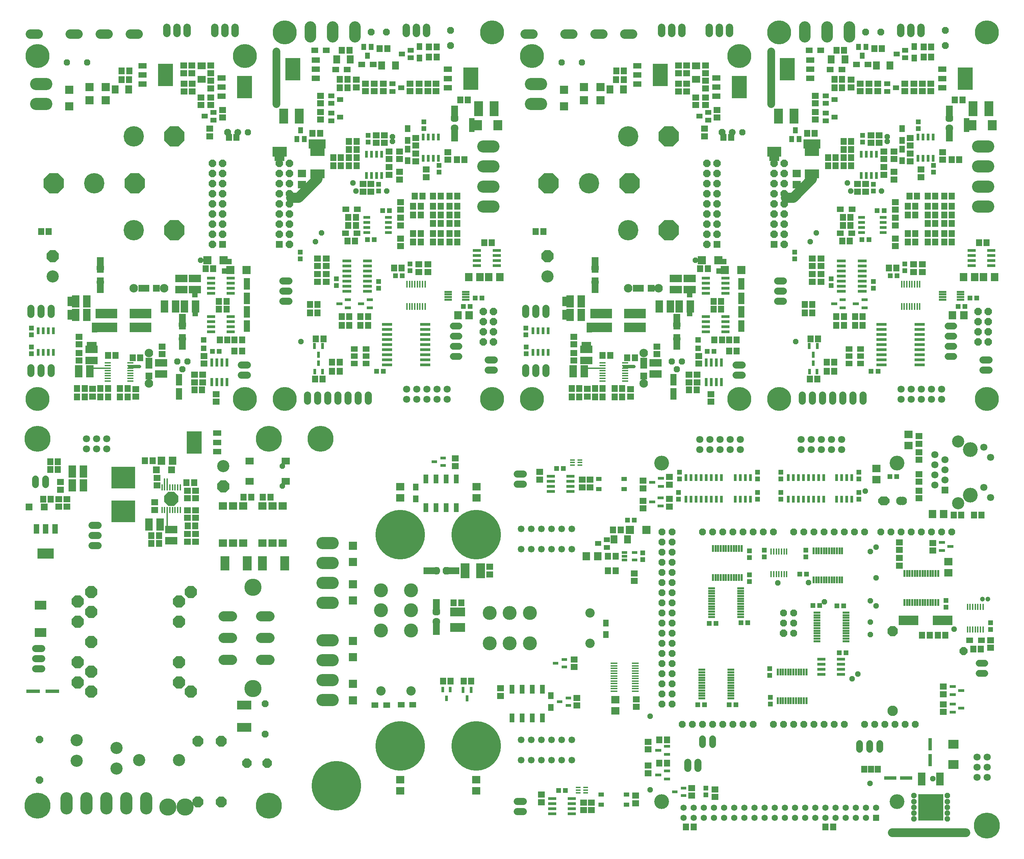
<source format=gts>
G75*
G70*
%OFA0B0*%
%FSLAX24Y24*%
%IPPOS*%
%LPD*%
%AMOC8*
5,1,8,0,0,1.08239X$1,22.5*
%
%ADD10C,0.0120*%
%ADD11C,0.0320*%
%ADD12C,0.1000*%
%ADD13C,0.0760*%
%ADD14C,0.0860*%
%ADD15C,0.0140*%
%ADD16C,0.1200*%
%ADD17R,0.2126X0.0945*%
%ADD18R,0.0756X0.1189*%
%ADD19R,0.0618X0.0618*%
%ADD20R,0.0661X0.1528*%
%ADD21OC8,0.0756*%
%ADD22C,0.0756*%
%ADD23C,0.0921*%
%ADD24R,0.0693X0.0614*%
%ADD25R,0.0630X0.0472*%
%ADD26R,0.1189X0.0756*%
%ADD27R,0.0824X0.0264*%
%ADD28OC8,0.0624*%
%ADD29R,0.0614X0.0693*%
%ADD30R,0.0843X0.0803*%
%ADD31R,0.0819X0.0661*%
%ADD32R,0.0661X0.0819*%
%ADD33R,0.0803X0.0843*%
%ADD34OC8,0.0840*%
%ADD35OC8,0.0780*%
%ADD36C,0.0712*%
%ADD37R,0.0283X0.0657*%
%ADD38C,0.2010*%
%ADD39OC8,0.2010*%
%ADD40R,0.0472X0.0512*%
%ADD41R,0.0264X0.0824*%
%ADD42R,0.0512X0.0472*%
%ADD43R,0.0567X0.0567*%
%ADD44C,0.1200*%
%ADD45OC8,0.1200*%
%ADD46C,0.0840*%
%ADD47R,0.0661X0.0661*%
%ADD48R,0.0709X0.1063*%
%ADD49R,0.1063X0.0709*%
%ADD50R,0.0840X0.0540*%
%ADD51R,0.1450X0.2200*%
%ADD52R,0.0614X0.1126*%
%ADD53C,0.0618*%
%ADD54OC8,0.0618*%
%ADD55R,0.0588X0.0168*%
%ADD56C,0.0720*%
%ADD57R,0.0712X0.0712*%
%ADD58OC8,0.0712*%
%ADD59OC8,0.0672*%
%ADD60C,0.0672*%
%ADD61R,0.0756X0.0835*%
%ADD62R,0.0718X0.0228*%
%ADD63R,0.0165X0.0657*%
%ADD64R,0.1044X0.0264*%
%ADD65C,0.0712*%
%ADD66C,0.0672*%
%ADD67C,0.1134*%
%ADD68R,0.0567X0.0685*%
%ADD69R,0.0685X0.0567*%
%ADD70R,0.0898X0.1488*%
%ADD71R,0.0913X0.0283*%
%ADD72OC8,0.0523*%
%ADD73R,0.0472X0.0630*%
%ADD74R,0.0657X0.0283*%
%ADD75R,0.1402X0.0850*%
%ADD76R,0.0644X0.0264*%
%ADD77R,0.0264X0.0644*%
%ADD78R,0.0264X0.0564*%
%ADD79R,0.0835X0.0756*%
%ADD80R,0.0850X0.1008*%
%ADD81R,0.0472X0.0866*%
%ADD82R,0.0658X0.0168*%
%ADD83R,0.0564X0.0264*%
%ADD84R,0.1008X0.0850*%
%ADD85C,0.4885*%
%ADD86C,0.1460*%
%ADD87R,0.2483X0.2641*%
%ADD88R,0.0756X0.1307*%
%ADD89R,0.1190X0.0360*%
%ADD90R,0.0288X0.0658*%
%ADD91C,0.0476*%
%ADD92R,0.0168X0.0608*%
%ADD93R,0.0204X0.0684*%
%ADD94R,0.1929X0.0945*%
%ADD95R,0.0488X0.0168*%
%ADD96R,0.1488X0.0898*%
%ADD97R,0.0684X0.0204*%
%ADD98R,0.0360X0.1190*%
%ADD99R,0.1528X0.0661*%
%ADD100C,0.1032*%
%ADD101OC8,0.1032*%
%ADD102OC8,0.0665*%
%ADD103OC8,0.0720*%
%ADD104C,0.0665*%
%ADD105R,0.0756X0.0836*%
%ADD106R,0.0544X0.0264*%
%ADD107C,0.1381*%
%ADD108C,0.0921*%
%ADD109R,0.0570X0.0420*%
%ADD110C,0.1204*%
%ADD111R,0.0787X0.0709*%
%ADD112R,0.0168X0.0588*%
%ADD113R,0.0960X0.0960*%
%ADD114OC8,0.1381*%
%ADD115R,0.2365X0.2169*%
%ADD116OC8,0.1062*%
%ADD117C,0.0990*%
%ADD118R,0.0850X0.1402*%
%ADD119OC8,0.0912*%
%ADD120C,0.1702*%
%ADD121R,0.0820X0.0718*%
%ADD122R,0.1126X0.0850*%
%ADD123R,0.0576X0.0976*%
%ADD124R,0.1591X0.1039*%
%ADD125R,0.1340X0.0360*%
%ADD126R,0.0523X0.0523*%
%ADD127C,0.2365*%
%ADD128OC8,0.0523*%
%ADD129C,0.2562*%
%ADD130C,0.1700*%
D10*
X018207Y034394D02*
X018207Y035769D01*
X012307Y050026D02*
X010757Y050026D01*
X059576Y050026D02*
X061126Y050026D01*
D11*
X063326Y050176D02*
X064276Y050176D01*
X015457Y050176D02*
X014507Y050176D01*
D12*
X030442Y066851D02*
X031167Y066851D01*
X033017Y068701D01*
X033017Y069051D01*
X079261Y066851D02*
X079986Y066851D01*
X081836Y068701D01*
X081836Y069051D01*
D13*
X077786Y076126D02*
X077786Y081301D01*
X028967Y081301D02*
X028967Y076126D01*
D14*
X089749Y004150D02*
X097024Y004150D01*
D15*
X018182Y038144D02*
X018182Y039094D01*
X017932Y039094D02*
X017932Y038169D01*
D16*
X008257Y007544D02*
X008257Y006544D01*
X010225Y006544D02*
X010225Y007544D01*
X012194Y007544D02*
X012194Y006544D01*
X014162Y006544D02*
X014162Y007544D01*
X016131Y007544D02*
X016131Y006544D01*
X033524Y017245D02*
X034524Y017245D01*
X034524Y019213D02*
X033524Y019213D01*
X033524Y021182D02*
X034524Y021182D01*
X034524Y023150D02*
X033524Y023150D01*
X033524Y026845D02*
X034524Y026845D01*
X034524Y028813D02*
X033524Y028813D01*
X033524Y030782D02*
X034524Y030782D01*
X034524Y032750D02*
X033524Y032750D01*
X049392Y065996D02*
X050392Y065996D01*
X050392Y067964D02*
X049392Y067964D01*
X049392Y069933D02*
X050392Y069933D01*
X050392Y071901D02*
X049392Y071901D01*
X054096Y076104D02*
X055096Y076104D01*
X055096Y078073D02*
X054096Y078073D01*
X098211Y071901D02*
X099211Y071901D01*
X099211Y069933D02*
X098211Y069933D01*
X098211Y067964D02*
X099211Y067964D01*
X099211Y065996D02*
X098211Y065996D01*
X006277Y076104D02*
X005277Y076104D01*
X005277Y078073D02*
X006277Y078073D01*
D17*
X012209Y055415D03*
X012209Y054037D03*
X015556Y054037D03*
X015556Y055415D03*
X061028Y055415D03*
X061028Y054037D03*
X064374Y054037D03*
X064374Y055415D03*
D18*
X066750Y056126D03*
X067852Y056126D03*
X068725Y056126D03*
X069827Y056126D03*
X059377Y049701D03*
X058275Y049701D03*
X057975Y055276D03*
X059077Y055276D03*
X059077Y056626D03*
X057975Y056626D03*
X021009Y056126D03*
X019906Y056126D03*
X019034Y056126D03*
X017931Y056126D03*
X010259Y056626D03*
X009156Y056626D03*
X009156Y055276D03*
X010259Y055276D03*
X010559Y049701D03*
X009456Y049701D03*
X009933Y039819D03*
X008831Y039819D03*
X008831Y038444D03*
X009933Y038444D03*
X016381Y034569D03*
X017483Y034569D03*
D19*
X010507Y049701D03*
X009507Y049701D03*
X017982Y056126D03*
X018982Y056126D03*
X019582Y057826D03*
X019582Y058826D03*
X058326Y049701D03*
X059326Y049701D03*
X066801Y056126D03*
X067801Y056126D03*
X068401Y057826D03*
X068401Y058826D03*
X088174Y005625D03*
D20*
X044749Y024452D03*
X044749Y026459D03*
X068501Y052603D03*
X068501Y054610D03*
X060426Y058203D03*
X060426Y060210D03*
X046567Y073178D03*
X046567Y075185D03*
X019682Y054610D03*
X019682Y052603D03*
X011607Y058203D03*
X011607Y060210D03*
X095386Y073178D03*
X095386Y075185D03*
D21*
X095386Y074701D03*
X068501Y054326D03*
X060426Y059926D03*
X046567Y074701D03*
X019682Y054326D03*
X011607Y059926D03*
X045774Y030025D03*
X044749Y025975D03*
D22*
X044749Y024975D03*
X044774Y030025D03*
X068501Y052926D03*
X060426Y058526D03*
X046567Y073701D03*
X019682Y052926D03*
X011607Y058526D03*
X095386Y073701D03*
D23*
X064132Y083000D02*
X063364Y083000D01*
X061179Y083000D02*
X060412Y083000D01*
X058227Y083000D02*
X057459Y083000D01*
X054290Y083000D02*
X053522Y083000D01*
X015313Y083000D02*
X014546Y083000D01*
X012360Y083000D02*
X011593Y083000D01*
X009408Y083000D02*
X008640Y083000D01*
X005471Y083000D02*
X004703Y083000D01*
D24*
X019832Y079900D03*
X019832Y079152D03*
X020632Y079152D03*
X020632Y079900D03*
X022507Y079900D03*
X022507Y079152D03*
X022507Y078400D03*
X022507Y077652D03*
X022507Y076750D03*
X022507Y076002D03*
X021532Y076002D03*
X021532Y076750D03*
X020657Y077352D03*
X020657Y078100D03*
X019857Y078100D03*
X019857Y077352D03*
X023657Y075525D03*
X023657Y074777D03*
X022407Y073675D03*
X022407Y072927D03*
X033342Y074577D03*
X033342Y075325D03*
X033342Y076177D03*
X033342Y076925D03*
X036867Y077752D03*
X036867Y078500D03*
X037767Y078125D03*
X037767Y077377D03*
X038642Y077377D03*
X038642Y078125D03*
X039517Y078125D03*
X039517Y077377D03*
X042167Y077377D03*
X042167Y078125D03*
X043067Y078125D03*
X043067Y077377D03*
X043917Y077377D03*
X043917Y078125D03*
X044742Y078125D03*
X044742Y077377D03*
X042717Y072750D03*
X042717Y072002D03*
X042717Y071200D03*
X042717Y070452D03*
X043760Y069646D03*
X043760Y068898D03*
X041117Y068652D03*
X041117Y069400D03*
X040092Y069127D03*
X040092Y069875D03*
X040092Y070677D03*
X040092Y071425D03*
X039636Y072271D03*
X039636Y073019D03*
X038830Y073025D03*
X038830Y072277D03*
X041118Y071429D03*
X041118Y070681D03*
X038292Y068200D03*
X038292Y067452D03*
X037523Y067452D03*
X037523Y068200D03*
X041242Y066420D03*
X041242Y065672D03*
X041242Y064875D03*
X041242Y064127D03*
X041242Y062825D03*
X041242Y062077D03*
X043042Y060275D03*
X043042Y059527D03*
X043917Y059527D03*
X043917Y060275D03*
X033892Y060102D03*
X033892Y060850D03*
X033042Y060850D03*
X033042Y060102D03*
X033042Y059300D03*
X033042Y058552D03*
X033892Y058552D03*
X033892Y059300D03*
X021832Y051225D03*
X021832Y050477D03*
X021682Y049375D03*
X021682Y048627D03*
X020882Y048627D03*
X020882Y049375D03*
X023032Y047450D03*
X023032Y046702D03*
X017707Y051402D03*
X017707Y052150D03*
X015107Y047950D03*
X015107Y047202D03*
X010832Y047227D03*
X010832Y047975D03*
X009507Y050777D03*
X009507Y051525D03*
X009507Y052377D03*
X009507Y053125D03*
X017182Y039193D03*
X017182Y038445D03*
X016957Y036768D03*
X016957Y036020D03*
X020207Y035993D03*
X020207Y035245D03*
X020982Y035245D03*
X020982Y035993D03*
X020982Y037170D03*
X020982Y037918D03*
X020207Y037918D03*
X020207Y037170D03*
X020207Y033643D03*
X020207Y032895D03*
X020982Y032895D03*
X020982Y033643D03*
X008282Y036345D03*
X008282Y037093D03*
X007507Y037093D03*
X007507Y036345D03*
X007657Y038020D03*
X007657Y038768D03*
X046624Y040351D03*
X046624Y041099D03*
X054974Y039774D03*
X054974Y039026D03*
X059149Y038999D03*
X059149Y038251D03*
X059924Y038251D03*
X059924Y038999D03*
X065149Y038899D03*
X065149Y038151D03*
X065149Y036924D03*
X065149Y036176D03*
X067749Y036351D03*
X067749Y037099D03*
X067749Y038526D03*
X067749Y039274D03*
X071851Y046702D03*
X071851Y047450D03*
X070501Y048627D03*
X070501Y049375D03*
X069701Y049375D03*
X069701Y048627D03*
X070651Y050477D03*
X070651Y051225D03*
X066526Y051402D03*
X066526Y052150D03*
X063926Y047950D03*
X063926Y047202D03*
X059651Y047227D03*
X059651Y047975D03*
X058326Y050777D03*
X058326Y051525D03*
X058326Y052377D03*
X058326Y053125D03*
X045892Y070602D03*
X045892Y071350D03*
X068676Y077352D03*
X068676Y078100D03*
X069476Y078100D03*
X069476Y077352D03*
X070351Y076750D03*
X070351Y076002D03*
X071326Y076002D03*
X071326Y076750D03*
X071326Y077652D03*
X071326Y078400D03*
X071326Y079152D03*
X071326Y079900D03*
X069451Y079900D03*
X069451Y079152D03*
X068651Y079152D03*
X068651Y079900D03*
X072476Y075525D03*
X072476Y074777D03*
X071226Y073675D03*
X071226Y072927D03*
X082161Y074577D03*
X082161Y075325D03*
X082161Y076177D03*
X082161Y076925D03*
X085686Y077752D03*
X085686Y078500D03*
X086586Y078125D03*
X086586Y077377D03*
X087461Y077377D03*
X087461Y078125D03*
X088336Y078125D03*
X088336Y077377D03*
X090986Y077377D03*
X090986Y078125D03*
X091886Y078125D03*
X091886Y077377D03*
X092736Y077377D03*
X092736Y078125D03*
X093561Y078125D03*
X093561Y077377D03*
X091536Y072750D03*
X091536Y072002D03*
X091536Y071200D03*
X091536Y070452D03*
X092579Y069646D03*
X092579Y068898D03*
X094711Y070602D03*
X094711Y071350D03*
X089937Y071429D03*
X089937Y070681D03*
X088911Y070677D03*
X088911Y071425D03*
X088455Y072271D03*
X088455Y073019D03*
X087649Y073025D03*
X087649Y072277D03*
X088911Y069875D03*
X088911Y069127D03*
X089936Y069400D03*
X089936Y068652D03*
X090061Y066420D03*
X090061Y065672D03*
X090061Y064875D03*
X090061Y064127D03*
X090061Y062825D03*
X090061Y062077D03*
X091861Y060275D03*
X091861Y059527D03*
X092736Y059527D03*
X092736Y060275D03*
X087111Y067452D03*
X087111Y068200D03*
X086342Y068200D03*
X086342Y067452D03*
X082711Y060850D03*
X082711Y060102D03*
X082711Y059300D03*
X082711Y058552D03*
X081861Y058552D03*
X081861Y059300D03*
X081861Y060102D03*
X081861Y060850D03*
X092399Y043299D03*
X092399Y042551D03*
X092399Y041724D03*
X092399Y040976D03*
X092399Y039549D03*
X092399Y038801D03*
X092399Y037924D03*
X092399Y037176D03*
X093774Y032749D03*
X093774Y032001D03*
X090474Y032076D03*
X090474Y032824D03*
X090474Y031274D03*
X090474Y030526D03*
X099474Y023149D03*
X099474Y022401D03*
X094799Y018574D03*
X094799Y017826D03*
X094799Y016824D03*
X094799Y016076D03*
X072249Y008424D03*
X072249Y007676D03*
X069949Y007801D03*
X069949Y008549D03*
X065674Y010026D03*
X065674Y010774D03*
X065649Y012376D03*
X065649Y013124D03*
X064499Y016578D03*
X064499Y017326D03*
X058624Y017449D03*
X058624Y016701D03*
X058374Y020501D03*
X058374Y021249D03*
X051099Y018399D03*
X051099Y017651D03*
X055124Y007899D03*
X055124Y007151D03*
X059299Y007124D03*
X059299Y006376D03*
X060074Y006376D03*
X060074Y007124D03*
X064424Y007051D03*
X064424Y007799D03*
X064299Y029001D03*
X064299Y029749D03*
X050024Y029651D03*
X050024Y030399D03*
D25*
X060716Y032700D03*
X061582Y032326D03*
X061582Y033074D03*
X071584Y074527D03*
X071584Y075275D03*
X070718Y074901D03*
X083203Y075200D03*
X083203Y074452D03*
X084069Y074826D03*
X083203Y076177D03*
X083203Y076925D03*
X084069Y076551D03*
X089253Y077352D03*
X089253Y078100D03*
X090119Y077726D03*
X091044Y080677D03*
X091044Y081425D03*
X090178Y081051D03*
X042225Y080677D03*
X042225Y081425D03*
X041359Y081051D03*
X040434Y078100D03*
X040434Y077352D03*
X041300Y077726D03*
X035250Y076551D03*
X034384Y076177D03*
X034384Y076925D03*
X034384Y075200D03*
X034384Y074452D03*
X035250Y074826D03*
X022765Y074527D03*
X022765Y075275D03*
X021899Y074901D03*
D26*
X020932Y058877D03*
X020932Y057775D03*
X019582Y057775D03*
X019582Y058877D03*
X010732Y051877D03*
X010732Y050775D03*
X017582Y050552D03*
X017582Y049450D03*
X018607Y034070D03*
X018607Y032968D03*
X059551Y050775D03*
X059551Y051877D03*
X066401Y050552D03*
X066401Y049450D03*
X068401Y057775D03*
X068401Y058877D03*
X069751Y058877D03*
X069751Y057775D03*
D27*
X071356Y057901D03*
X071356Y057401D03*
X071356Y058401D03*
X071356Y058901D03*
X073296Y058901D03*
X073296Y058401D03*
X073296Y057901D03*
X073296Y057401D03*
X073296Y055101D03*
X073296Y054601D03*
X073296Y054101D03*
X073296Y053601D03*
X071356Y053601D03*
X071356Y054101D03*
X071356Y054601D03*
X071356Y055101D03*
X057994Y039350D03*
X057994Y038850D03*
X057994Y038350D03*
X057994Y037850D03*
X056054Y037850D03*
X056054Y038350D03*
X056054Y038850D03*
X056054Y039350D03*
X050712Y060151D03*
X050712Y060651D03*
X050712Y061151D03*
X050712Y061651D03*
X048772Y061651D03*
X048772Y061151D03*
X048772Y060651D03*
X048772Y060151D03*
X024477Y058901D03*
X024477Y058401D03*
X024477Y057901D03*
X024477Y057401D03*
X022537Y057401D03*
X022537Y057901D03*
X022537Y058401D03*
X022537Y058901D03*
X022537Y055101D03*
X022537Y054601D03*
X022537Y054101D03*
X022537Y053601D03*
X024477Y053601D03*
X024477Y054101D03*
X024477Y054601D03*
X024477Y055101D03*
X082754Y021275D03*
X082754Y020775D03*
X082754Y020275D03*
X082754Y019775D03*
X084694Y019775D03*
X084694Y020275D03*
X084694Y020775D03*
X084694Y021275D03*
X058144Y007500D03*
X058144Y007000D03*
X058144Y006500D03*
X058144Y006000D03*
X056204Y006000D03*
X056204Y006500D03*
X056204Y007000D03*
X056204Y007500D03*
X097591Y060151D03*
X097591Y060651D03*
X097591Y061151D03*
X097591Y061651D03*
X099531Y061651D03*
X099531Y061151D03*
X099531Y060651D03*
X099531Y060151D03*
D28*
X074976Y073326D03*
X059126Y080226D03*
X057126Y080226D03*
X026157Y073326D03*
X010307Y080226D03*
X008307Y080226D03*
X019182Y050676D03*
X019682Y049926D03*
X020182Y050676D03*
X068001Y050676D03*
X068501Y049926D03*
X069001Y050676D03*
D29*
X069702Y047876D03*
X070450Y047876D03*
X073652Y051726D03*
X074400Y051726D03*
X074400Y052826D03*
X073652Y052826D03*
X072950Y052826D03*
X072202Y052826D03*
X072127Y055851D03*
X072875Y055851D03*
X072875Y056626D03*
X072127Y056626D03*
X071550Y059851D03*
X070802Y059851D03*
X081112Y056326D03*
X081860Y056326D03*
X081860Y055476D03*
X081112Y055476D03*
X081687Y052901D03*
X082435Y052901D03*
X084237Y054251D03*
X084985Y054251D03*
X084985Y055101D03*
X084237Y055101D03*
X086087Y055101D03*
X086835Y055101D03*
X086835Y054251D03*
X086087Y054251D03*
X084035Y050601D03*
X083287Y050601D03*
X083287Y049726D03*
X084035Y049726D03*
X082360Y048951D03*
X081612Y048951D03*
X089412Y059926D03*
X090160Y059926D03*
X091287Y062476D03*
X092035Y062476D03*
X092035Y063326D03*
X091287Y063326D03*
X091287Y065151D03*
X092035Y065151D03*
X092035Y066001D03*
X091287Y066001D03*
X091462Y067001D03*
X092210Y067001D03*
X093262Y067001D03*
X094010Y067001D03*
X094887Y067001D03*
X095635Y067001D03*
X095635Y066001D03*
X094887Y066001D03*
X094887Y065151D03*
X095635Y065151D03*
X095635Y064306D03*
X094887Y064306D03*
X094010Y064306D03*
X093262Y064306D03*
X093262Y065151D03*
X094010Y065151D03*
X094010Y066002D03*
X093262Y066002D03*
X093262Y063326D03*
X094010Y063326D03*
X094010Y062476D03*
X093262Y062476D03*
X094887Y062476D03*
X095635Y062476D03*
X095635Y063326D03*
X094887Y063326D03*
X098312Y062401D03*
X099060Y062401D03*
X096360Y070601D03*
X095612Y070601D03*
X095937Y076501D03*
X096685Y076501D03*
X093610Y080751D03*
X092862Y080751D03*
X092862Y081751D03*
X093610Y081751D03*
X088735Y081576D03*
X087987Y081576D03*
X085010Y081426D03*
X084262Y081426D03*
X084062Y078551D03*
X084810Y078551D03*
X084810Y077726D03*
X084062Y077726D03*
X082110Y073201D03*
X081362Y073201D03*
X083412Y070826D03*
X084160Y070826D03*
X084962Y070826D03*
X085710Y070826D03*
X085710Y071626D03*
X084962Y071626D03*
X084962Y072426D03*
X085710Y072426D03*
X085710Y070001D03*
X084962Y070001D03*
X084160Y070001D03*
X083412Y070001D03*
X084887Y064901D03*
X085635Y064901D03*
X085635Y064126D03*
X084887Y064126D03*
X084812Y062576D03*
X085560Y062576D03*
X073850Y072826D03*
X073102Y072826D03*
X063250Y078501D03*
X062502Y078501D03*
X062527Y079376D03*
X063275Y079376D03*
X047866Y076501D03*
X047118Y076501D03*
X044791Y080751D03*
X044043Y080751D03*
X044043Y081751D03*
X044791Y081751D03*
X039916Y081576D03*
X039168Y081576D03*
X036191Y081426D03*
X035443Y081426D03*
X035243Y078551D03*
X035991Y078551D03*
X035991Y077726D03*
X035243Y077726D03*
X033291Y073201D03*
X032543Y073201D03*
X034593Y070826D03*
X035341Y070826D03*
X036143Y070826D03*
X036891Y070826D03*
X036891Y071626D03*
X036143Y071626D03*
X036143Y072426D03*
X036891Y072426D03*
X036891Y070001D03*
X036143Y070001D03*
X035341Y070001D03*
X034593Y070001D03*
X036068Y064901D03*
X036816Y064901D03*
X036816Y064126D03*
X036068Y064126D03*
X035993Y062576D03*
X036741Y062576D03*
X040593Y059926D03*
X041341Y059926D03*
X042468Y062476D03*
X043216Y062476D03*
X043216Y063326D03*
X042468Y063326D03*
X042468Y065151D03*
X043216Y065151D03*
X043216Y066001D03*
X042468Y066001D03*
X042643Y067001D03*
X043391Y067001D03*
X044443Y067001D03*
X045191Y067001D03*
X046068Y067001D03*
X046816Y067001D03*
X046816Y066001D03*
X046068Y066001D03*
X046068Y065151D03*
X046816Y065151D03*
X046816Y064306D03*
X046068Y064306D03*
X045191Y064306D03*
X044443Y064306D03*
X044443Y065151D03*
X045191Y065151D03*
X045191Y066002D03*
X044443Y066002D03*
X044443Y063326D03*
X045191Y063326D03*
X045191Y062476D03*
X044443Y062476D03*
X046068Y062476D03*
X046816Y062476D03*
X046816Y063326D03*
X046068Y063326D03*
X049493Y062401D03*
X050241Y062401D03*
X054577Y063526D03*
X055325Y063526D03*
X047541Y070601D03*
X046793Y070601D03*
X033041Y056326D03*
X032293Y056326D03*
X032293Y055476D03*
X033041Y055476D03*
X035418Y055101D03*
X036166Y055101D03*
X036166Y054251D03*
X035418Y054251D03*
X033616Y052901D03*
X032868Y052901D03*
X034468Y050601D03*
X035216Y050601D03*
X035216Y049726D03*
X034468Y049726D03*
X033541Y048951D03*
X032793Y048951D03*
X037268Y054251D03*
X038016Y054251D03*
X038016Y055101D03*
X037268Y055101D03*
X025581Y052826D03*
X024833Y052826D03*
X024131Y052826D03*
X023383Y052826D03*
X024833Y051726D03*
X025581Y051726D03*
X021631Y047876D03*
X020883Y047876D03*
X015531Y051051D03*
X014783Y051051D03*
X013106Y051276D03*
X012358Y051276D03*
X012356Y048001D03*
X011608Y048001D03*
X011608Y047176D03*
X012356Y047176D03*
X013533Y047176D03*
X014281Y047176D03*
X014281Y048001D03*
X013533Y048001D03*
X010056Y048001D03*
X009308Y048001D03*
X009308Y047176D03*
X010056Y047176D03*
X007406Y040794D03*
X006658Y040794D03*
X006658Y040019D03*
X007406Y040019D03*
X006706Y037094D03*
X005958Y037094D03*
X016008Y040869D03*
X016756Y040869D03*
X020108Y038719D03*
X020856Y038719D03*
X025733Y037269D03*
X026481Y037269D03*
X027633Y037269D03*
X028381Y037269D03*
X020971Y034444D03*
X020223Y034444D03*
X017381Y033494D03*
X016633Y033494D03*
X016633Y032719D03*
X017381Y032719D03*
X045425Y019125D03*
X046173Y019125D03*
X047450Y019110D03*
X048198Y019110D03*
X047223Y026850D03*
X046475Y026850D03*
X061700Y030000D03*
X062448Y030000D03*
X062448Y031450D03*
X061700Y031450D03*
X062200Y034050D03*
X062948Y034050D03*
X063100Y047176D03*
X062352Y047176D03*
X062352Y048001D03*
X063100Y048001D03*
X061175Y048001D03*
X060427Y048001D03*
X060427Y047176D03*
X061175Y047176D03*
X058875Y047176D03*
X058127Y047176D03*
X058127Y048001D03*
X058875Y048001D03*
X061177Y051276D03*
X061925Y051276D03*
X063602Y051051D03*
X064350Y051051D03*
X095825Y035525D03*
X096573Y035525D03*
X097825Y035525D03*
X098573Y035525D03*
X094998Y023650D03*
X094250Y023650D03*
X093448Y023650D03*
X092700Y023650D03*
X097750Y022275D03*
X098498Y022275D03*
X088318Y010400D03*
X087649Y010400D03*
X086980Y010400D03*
X083923Y004700D03*
X083175Y004700D03*
X070148Y004725D03*
X069400Y004725D03*
X067523Y011000D03*
X066775Y011000D03*
X066775Y013325D03*
X067523Y013325D03*
X024056Y055851D03*
X023308Y055851D03*
X023308Y056626D03*
X024056Y056626D03*
X022731Y059851D03*
X021983Y059851D03*
X006506Y063526D03*
X005758Y063526D03*
X024283Y072826D03*
X025031Y072826D03*
X014431Y078501D03*
X013683Y078501D03*
X013708Y079376D03*
X014456Y079376D03*
D30*
X012139Y077776D03*
X012139Y076476D03*
X010525Y076476D03*
X010525Y077776D03*
X022150Y060676D03*
X023764Y060676D03*
X024425Y059701D03*
X026039Y059701D03*
X059344Y076476D03*
X059344Y077776D03*
X060958Y077776D03*
X060958Y076476D03*
X070969Y060676D03*
X072583Y060676D03*
X073244Y059701D03*
X074858Y059701D03*
X065481Y034050D03*
X063867Y034050D03*
D31*
X070401Y078532D03*
X070401Y079870D03*
X021582Y079870D03*
X021582Y078532D03*
D32*
X014402Y077551D03*
X013063Y077551D03*
X034923Y080526D03*
X036261Y080526D03*
X039373Y079926D03*
X040711Y079926D03*
X061882Y077551D03*
X063221Y077551D03*
X083741Y080526D03*
X085080Y080526D03*
X088191Y079926D03*
X089530Y079926D03*
X063643Y033100D03*
X062305Y033100D03*
D33*
X036524Y032482D03*
X036524Y030868D03*
X036524Y028682D03*
X036524Y027068D03*
X036524Y023082D03*
X036524Y021468D03*
X036524Y018832D03*
X036524Y017218D03*
X057351Y075894D03*
X057351Y077508D03*
X008532Y077508D03*
X008532Y075894D03*
D34*
X015032Y068276D03*
X063851Y068276D03*
X088799Y036925D03*
X089049Y036925D03*
D35*
X096799Y022075D03*
X063851Y068276D03*
X015032Y068276D03*
D36*
X029595Y058651D02*
X030189Y058651D01*
X030189Y057651D02*
X029595Y057651D01*
X029595Y056651D02*
X030189Y056651D01*
X026104Y050351D02*
X025510Y050351D01*
X025510Y049351D02*
X026104Y049351D01*
X032042Y047373D02*
X032042Y046779D01*
X033042Y046779D02*
X033042Y047373D01*
X034042Y047373D02*
X034042Y046779D01*
X035042Y046779D02*
X035042Y047373D01*
X036042Y047373D02*
X036042Y046779D01*
X037042Y046779D02*
X037042Y047373D01*
X038042Y047373D02*
X038042Y046779D01*
X049870Y049851D02*
X050464Y049851D01*
X050464Y050851D02*
X049870Y050851D01*
X053551Y050098D02*
X053551Y049504D01*
X054551Y049504D02*
X054551Y050098D01*
X055551Y050098D02*
X055551Y049504D01*
X055551Y055354D02*
X055551Y055948D01*
X054551Y055948D02*
X054551Y055354D01*
X053551Y055354D02*
X053551Y055948D01*
X053321Y039575D02*
X052727Y039575D01*
X052727Y038575D02*
X053321Y038575D01*
X074329Y049351D02*
X074923Y049351D01*
X074923Y050351D02*
X074329Y050351D01*
X080861Y047373D02*
X080861Y046779D01*
X081861Y046779D02*
X081861Y047373D01*
X082861Y047373D02*
X082861Y046779D01*
X083861Y046779D02*
X083861Y047373D01*
X084861Y047373D02*
X084861Y046779D01*
X085861Y046779D02*
X085861Y047373D01*
X086861Y047373D02*
X086861Y046779D01*
X098689Y049851D02*
X099283Y049851D01*
X099283Y050851D02*
X098689Y050851D01*
X079008Y056651D02*
X078414Y056651D01*
X078414Y057651D02*
X079008Y057651D01*
X079008Y058651D02*
X078414Y058651D01*
X070574Y011122D02*
X070574Y010528D01*
X069574Y010528D02*
X069574Y011122D01*
X053321Y007250D02*
X052727Y007250D01*
X052727Y006250D02*
X053321Y006250D01*
X011354Y032519D02*
X010760Y032519D01*
X010760Y033519D02*
X011354Y033519D01*
X011354Y034519D02*
X010760Y034519D01*
X005779Y022344D02*
X005185Y022344D01*
X005185Y021344D02*
X005779Y021344D01*
X005779Y020344D02*
X005185Y020344D01*
X004732Y049504D02*
X004732Y050098D01*
X005732Y050098D02*
X005732Y049504D01*
X006732Y049504D02*
X006732Y050098D01*
X006732Y055354D02*
X006732Y055948D01*
X005732Y055948D02*
X005732Y055354D01*
X004732Y055354D02*
X004732Y055948D01*
D37*
X005459Y053714D03*
X005959Y053714D03*
X006459Y053714D03*
X006959Y053714D03*
X006959Y051588D03*
X006459Y051588D03*
X005959Y051588D03*
X005459Y051588D03*
X037869Y069038D03*
X038369Y069038D03*
X038869Y069038D03*
X039369Y069038D03*
X039369Y071164D03*
X038869Y071164D03*
X038369Y071164D03*
X037869Y071164D03*
X043469Y070738D03*
X043969Y070738D03*
X044469Y070738D03*
X044969Y070738D03*
X044969Y072864D03*
X044469Y072864D03*
X043969Y072864D03*
X043469Y072864D03*
X054278Y053714D03*
X054778Y053714D03*
X055278Y053714D03*
X055778Y053714D03*
X055778Y051588D03*
X055278Y051588D03*
X054778Y051588D03*
X054278Y051588D03*
X074247Y039213D03*
X074747Y039213D03*
X075247Y039213D03*
X075747Y039213D03*
X075747Y037087D03*
X075247Y037087D03*
X074747Y037087D03*
X074247Y037087D03*
X084247Y037087D03*
X084747Y037087D03*
X085247Y037087D03*
X085747Y037087D03*
X085747Y039213D03*
X085247Y039213D03*
X084747Y039213D03*
X084247Y039213D03*
X086688Y069038D03*
X087188Y069038D03*
X087688Y069038D03*
X088188Y069038D03*
X088188Y071164D03*
X087688Y071164D03*
X087188Y071164D03*
X086688Y071164D03*
X092288Y070738D03*
X092788Y070738D03*
X093288Y070738D03*
X093788Y070738D03*
X093788Y072864D03*
X093288Y072864D03*
X092788Y072864D03*
X092288Y072864D03*
D38*
X063701Y072901D03*
X059826Y068276D03*
X063701Y063651D03*
X014882Y063651D03*
X011007Y068276D03*
X014882Y072901D03*
D39*
X018882Y072901D03*
X015007Y068276D03*
X018882Y063651D03*
X007007Y068276D03*
X055826Y068276D03*
X063826Y068276D03*
X067701Y072901D03*
X067701Y063651D03*
D40*
X053601Y053986D03*
X053601Y053317D03*
X053626Y052111D03*
X053626Y051442D03*
X042167Y059642D03*
X042167Y060311D03*
X039067Y058586D03*
X039067Y057917D03*
X034892Y058167D03*
X034892Y058836D03*
X039067Y067517D03*
X039067Y068186D03*
X038017Y072342D03*
X038017Y073011D03*
X043517Y073667D03*
X043517Y074336D03*
X045017Y070061D03*
X045017Y069392D03*
X068774Y039760D03*
X068774Y039091D03*
X068674Y037760D03*
X068674Y037091D03*
X064309Y035000D03*
X063639Y035000D03*
X065124Y031785D03*
X065124Y031116D03*
X075674Y031311D03*
X075674Y031980D03*
X077124Y032035D03*
X077124Y031366D03*
X075649Y029615D03*
X075649Y028946D03*
X081224Y031366D03*
X081224Y032035D03*
X078774Y037091D03*
X078774Y037760D03*
X078774Y039091D03*
X078774Y039760D03*
X076449Y039760D03*
X076449Y039091D03*
X076474Y037760D03*
X076474Y037091D03*
X086449Y037091D03*
X086449Y037760D03*
X086449Y039091D03*
X086449Y039760D03*
X089539Y039300D03*
X090209Y039300D03*
X095074Y027085D03*
X095074Y026416D03*
X099449Y024885D03*
X099449Y024216D03*
X077649Y020360D03*
X077649Y019691D03*
X077724Y017510D03*
X077724Y016841D03*
X071349Y008535D03*
X071349Y007866D03*
X083711Y058167D03*
X083711Y058836D03*
X087886Y058586D03*
X087886Y057917D03*
X090986Y059642D03*
X090986Y060311D03*
X087886Y067517D03*
X087886Y068186D03*
X086836Y072342D03*
X086836Y073011D03*
X092336Y073667D03*
X092336Y074336D03*
X093836Y070061D03*
X093836Y069392D03*
X004782Y053986D03*
X004782Y053317D03*
X004807Y052111D03*
X004807Y051442D03*
D41*
X022582Y050596D03*
X023082Y050596D03*
X023582Y050596D03*
X024082Y050596D03*
X024082Y048656D03*
X023582Y048656D03*
X023082Y048656D03*
X022582Y048656D03*
X071401Y048656D03*
X071901Y048656D03*
X072401Y048656D03*
X072901Y048656D03*
X072901Y050596D03*
X072401Y050596D03*
X071901Y050596D03*
X071401Y050596D03*
D42*
X071492Y051676D03*
X072161Y051676D03*
X080136Y060817D03*
X080136Y061486D03*
X086776Y062726D03*
X087445Y062726D03*
X088276Y065576D03*
X088945Y065576D03*
X089551Y059151D03*
X090220Y059151D03*
X096251Y056126D03*
X096920Y056126D03*
X097426Y056951D03*
X098095Y056951D03*
X088345Y049701D03*
X087676Y049701D03*
X081284Y029675D03*
X080614Y029675D03*
X081914Y026575D03*
X082584Y026575D03*
X084289Y026550D03*
X084959Y026550D03*
X085209Y021925D03*
X084539Y021925D03*
X075484Y024875D03*
X074814Y024875D03*
X072359Y024825D03*
X071689Y024825D03*
X071234Y016775D03*
X070564Y016775D03*
X073664Y016775D03*
X074334Y016775D03*
X057484Y008300D03*
X056814Y008300D03*
X056614Y040125D03*
X057284Y040125D03*
X039526Y049701D03*
X038857Y049701D03*
X047432Y056126D03*
X048101Y056126D03*
X048607Y056951D03*
X049276Y056951D03*
X041401Y059151D03*
X040732Y059151D03*
X038626Y062726D03*
X037957Y062726D03*
X039457Y065576D03*
X040126Y065576D03*
X031317Y061486D03*
X031317Y060817D03*
X023342Y051676D03*
X022673Y051676D03*
D43*
X021782Y051988D03*
X021782Y052815D03*
X070601Y052815D03*
X070601Y051988D03*
D44*
X055724Y059082D03*
X023717Y040344D03*
X006905Y059082D03*
X009263Y013268D03*
X009263Y011243D03*
X013200Y010495D03*
X013200Y012520D03*
X015432Y011304D03*
X019369Y011304D03*
D45*
X020528Y018072D03*
X019357Y018994D03*
X019357Y020994D03*
X019357Y024994D03*
X019357Y026994D03*
X020528Y027915D03*
X010686Y027915D03*
X009357Y026994D03*
X010686Y025946D03*
X009357Y024994D03*
X010686Y022994D03*
X009357Y020994D03*
X010686Y020041D03*
X009357Y018994D03*
X010686Y018072D03*
X023717Y038344D03*
X006905Y061082D03*
X055724Y061082D03*
D46*
X063701Y057901D03*
X066701Y057901D03*
X065226Y051501D03*
X065226Y048501D03*
X090549Y036925D03*
X090799Y036925D03*
X017882Y057901D03*
X014882Y057901D03*
X016407Y051501D03*
X016407Y048501D03*
D47*
X016407Y049253D03*
X017134Y039994D03*
X018630Y039994D03*
X006055Y036319D03*
X004559Y036319D03*
X017130Y057901D03*
X065226Y049253D03*
X065949Y057901D03*
D48*
X065226Y050501D03*
X016407Y050501D03*
D49*
X015882Y057901D03*
X064701Y057901D03*
D50*
X072391Y076866D03*
X072391Y077776D03*
X072391Y078686D03*
X064591Y078976D03*
X064591Y078066D03*
X064591Y079886D03*
X081671Y079551D03*
X081671Y078641D03*
X081671Y080461D03*
X094701Y079536D03*
X094701Y078626D03*
X094701Y077716D03*
X045882Y077716D03*
X045882Y078626D03*
X045882Y079536D03*
X032852Y079551D03*
X032852Y078641D03*
X032852Y080461D03*
X023572Y078686D03*
X023572Y077776D03*
X023572Y076866D03*
X015772Y078066D03*
X015772Y078976D03*
X015772Y079886D03*
X023117Y043604D03*
X023117Y042694D03*
X023117Y041784D03*
D51*
X020847Y042694D03*
X025842Y077776D03*
X030582Y079551D03*
X018042Y078976D03*
X048152Y078626D03*
X066861Y078976D03*
X074661Y077776D03*
X079401Y079551D03*
X096971Y078626D03*
D52*
X074876Y058335D03*
X074876Y056918D03*
X074876Y055585D03*
X074876Y054168D03*
X068176Y048885D03*
X068176Y047468D03*
X026057Y054168D03*
X026057Y055585D03*
X026057Y056918D03*
X026057Y058335D03*
X019357Y048885D03*
X019357Y047468D03*
D53*
X019357Y047676D03*
X026057Y054376D03*
X026057Y057126D03*
X068176Y047676D03*
X074876Y054376D03*
X074876Y057126D03*
X075174Y006625D03*
X075174Y005625D03*
X076174Y005625D03*
X077174Y005625D03*
X078174Y005625D03*
X079174Y005625D03*
X080174Y005625D03*
X081174Y005625D03*
X082174Y005625D03*
X083174Y005625D03*
X084174Y005625D03*
X085174Y005625D03*
X086174Y005625D03*
X087174Y005625D03*
X087174Y006625D03*
X088174Y006625D03*
X086174Y006625D03*
X085174Y006625D03*
X084174Y006625D03*
X083174Y006625D03*
X082174Y006625D03*
X081174Y006625D03*
X080174Y006625D03*
X079174Y006625D03*
X078174Y006625D03*
X077174Y006625D03*
X076174Y006625D03*
X074174Y006625D03*
X074174Y005625D03*
X073174Y005625D03*
X072174Y005625D03*
X071174Y005625D03*
X070174Y005625D03*
X069174Y005625D03*
X069174Y006625D03*
X070174Y006625D03*
X071174Y006625D03*
X072174Y006625D03*
X073174Y006625D03*
D54*
X068176Y048676D03*
X074876Y055376D03*
X074876Y058126D03*
X026057Y058126D03*
X026057Y055376D03*
X019357Y048676D03*
D55*
X014577Y048751D03*
X014577Y049011D03*
X014577Y049271D03*
X014577Y049521D03*
X014577Y049781D03*
X014577Y050031D03*
X014577Y050291D03*
X014577Y050551D03*
X012337Y050551D03*
X012337Y050291D03*
X012337Y050031D03*
X012337Y049781D03*
X012337Y049521D03*
X012337Y049271D03*
X012337Y049011D03*
X012337Y048751D03*
X061156Y048751D03*
X061156Y049011D03*
X061156Y049271D03*
X061156Y049521D03*
X061156Y049781D03*
X061156Y050031D03*
X061156Y050291D03*
X061156Y050551D03*
X063396Y050551D03*
X063396Y050291D03*
X063396Y050031D03*
X063396Y049781D03*
X063396Y049521D03*
X063396Y049271D03*
X063396Y049011D03*
X063396Y048751D03*
D56*
X066981Y083078D02*
X066981Y083678D01*
X067981Y083678D02*
X067981Y083078D01*
X068981Y083078D02*
X068981Y083678D01*
X071705Y083678D02*
X071705Y083078D01*
X072705Y083078D02*
X072705Y083678D01*
X073705Y083678D02*
X073705Y083078D01*
X090603Y083078D02*
X090603Y083678D01*
X091603Y083678D02*
X091603Y083078D01*
X092603Y083078D02*
X092603Y083678D01*
X043784Y083678D02*
X043784Y083078D01*
X042784Y083078D02*
X042784Y083678D01*
X041784Y083678D02*
X041784Y083078D01*
X024886Y083078D02*
X024886Y083678D01*
X023886Y083678D02*
X023886Y083078D01*
X022886Y083078D02*
X022886Y083678D01*
X020162Y083678D02*
X020162Y083078D01*
X019162Y083078D02*
X019162Y083678D01*
X018162Y083678D02*
X018162Y083078D01*
D57*
X023657Y062251D03*
X029267Y062251D03*
X072476Y062251D03*
X078086Y062251D03*
X094949Y037975D03*
D58*
X098211Y052626D03*
X099211Y052626D03*
X099211Y053626D03*
X099211Y054626D03*
X099211Y055626D03*
X098211Y055626D03*
X098211Y054626D03*
X098211Y053626D03*
X079086Y062251D03*
X079086Y063251D03*
X079086Y064251D03*
X079086Y065251D03*
X079086Y066251D03*
X078086Y066251D03*
X078086Y065251D03*
X078086Y064251D03*
X078086Y063251D03*
X078086Y067251D03*
X079086Y067251D03*
X079086Y068251D03*
X079086Y069251D03*
X079086Y070251D03*
X078086Y070251D03*
X078086Y069251D03*
X078086Y068251D03*
X072476Y068251D03*
X071476Y068251D03*
X071476Y067251D03*
X072476Y067251D03*
X072476Y066251D03*
X071476Y066251D03*
X071476Y065251D03*
X071476Y064251D03*
X071476Y063251D03*
X071476Y062251D03*
X072476Y063251D03*
X072476Y064251D03*
X072476Y065251D03*
X072476Y069251D03*
X071476Y069251D03*
X071476Y070251D03*
X072476Y070251D03*
X050392Y055626D03*
X050392Y054626D03*
X050392Y053626D03*
X049392Y053626D03*
X049392Y054626D03*
X049392Y055626D03*
X049392Y052626D03*
X050392Y052626D03*
X030267Y062251D03*
X030267Y063251D03*
X030267Y064251D03*
X030267Y065251D03*
X030267Y066251D03*
X029267Y066251D03*
X029267Y065251D03*
X029267Y064251D03*
X029267Y063251D03*
X029267Y067251D03*
X030267Y067251D03*
X030267Y068251D03*
X030267Y069251D03*
X030267Y070251D03*
X029267Y070251D03*
X029267Y069251D03*
X029267Y068251D03*
X023657Y068251D03*
X022657Y068251D03*
X022657Y067251D03*
X023657Y067251D03*
X023657Y066251D03*
X022657Y066251D03*
X022657Y065251D03*
X022657Y064251D03*
X022657Y063251D03*
X022657Y062251D03*
X023657Y063251D03*
X023657Y064251D03*
X023657Y065251D03*
X023657Y069251D03*
X022657Y069251D03*
X022657Y070251D03*
X023657Y070251D03*
D59*
X024157Y073326D03*
X038317Y083226D03*
X039817Y083226D03*
X046167Y083376D03*
X046167Y081876D03*
X072976Y073326D03*
X087136Y083226D03*
X088636Y083226D03*
X094986Y083376D03*
X094986Y081876D03*
X027857Y016869D03*
X027857Y013869D03*
D60*
X025157Y073326D03*
X073976Y073326D03*
D61*
X096785Y059001D03*
X097887Y059001D03*
X098760Y059001D03*
X099862Y059001D03*
X096812Y055251D03*
X095710Y055251D03*
X094825Y035600D03*
X093723Y035600D03*
X051043Y059001D03*
X049941Y059001D03*
X049068Y059001D03*
X047966Y059001D03*
X047993Y055251D03*
X046891Y055251D03*
D62*
X047672Y056796D03*
X047672Y057046D03*
X047672Y057306D03*
X047672Y057556D03*
X045912Y057556D03*
X045912Y057306D03*
X045912Y057046D03*
X045912Y056796D03*
X094731Y056796D03*
X094731Y057046D03*
X094731Y057306D03*
X094731Y057556D03*
X096491Y057556D03*
X096491Y057306D03*
X096491Y057046D03*
X096491Y056796D03*
D63*
X092472Y056124D03*
X092216Y056124D03*
X091960Y056124D03*
X091704Y056124D03*
X091448Y056124D03*
X091192Y056124D03*
X090936Y056124D03*
X090680Y056124D03*
X090680Y058329D03*
X090936Y058329D03*
X091192Y058329D03*
X091448Y058329D03*
X091704Y058329D03*
X091960Y058329D03*
X092216Y058329D03*
X092472Y058329D03*
X043653Y058329D03*
X043397Y058329D03*
X043141Y058329D03*
X042885Y058329D03*
X042629Y058329D03*
X042373Y058329D03*
X042117Y058329D03*
X041861Y058329D03*
X041861Y056124D03*
X042117Y056124D03*
X042373Y056124D03*
X042629Y056124D03*
X042885Y056124D03*
X043141Y056124D03*
X043397Y056124D03*
X043653Y056124D03*
D64*
X043647Y054351D03*
X043647Y053851D03*
X043647Y053351D03*
X043647Y052851D03*
X043647Y052351D03*
X043647Y051851D03*
X043647Y051351D03*
X043647Y050851D03*
X043647Y050351D03*
X039887Y050351D03*
X039887Y050851D03*
X039887Y051351D03*
X039887Y051851D03*
X039887Y052351D03*
X039887Y052851D03*
X039887Y053351D03*
X039887Y053851D03*
X039887Y054351D03*
X088706Y054351D03*
X088706Y053851D03*
X088706Y053351D03*
X088706Y052851D03*
X088706Y052351D03*
X088706Y051851D03*
X088706Y051351D03*
X088706Y050851D03*
X088706Y050351D03*
X092466Y050351D03*
X092466Y050851D03*
X092466Y051351D03*
X092466Y051851D03*
X092466Y052351D03*
X092466Y052851D03*
X092466Y053351D03*
X092466Y053851D03*
X092466Y054351D03*
D65*
X092636Y047951D03*
X093636Y047951D03*
X094636Y047951D03*
X094636Y046951D03*
X093636Y046951D03*
X092636Y046951D03*
X091636Y046951D03*
X091636Y047951D03*
X090636Y047951D03*
X090636Y046951D03*
X084774Y042975D03*
X084774Y041975D03*
X083774Y041975D03*
X082774Y041975D03*
X081774Y041975D03*
X080774Y041975D03*
X080774Y042975D03*
X081774Y042975D03*
X082774Y042975D03*
X083774Y042975D03*
X074774Y042975D03*
X074774Y041975D03*
X073774Y041975D03*
X072774Y041975D03*
X071774Y041975D03*
X070774Y041975D03*
X070774Y042975D03*
X071774Y042975D03*
X072774Y042975D03*
X073774Y042975D03*
X093949Y041475D03*
X093949Y040475D03*
X093949Y039475D03*
X093949Y038475D03*
X094949Y038975D03*
X094949Y039975D03*
X094949Y040975D03*
X098780Y042215D03*
X099449Y041215D03*
X098780Y038235D03*
X099449Y037235D03*
X099124Y011600D03*
X099124Y010600D03*
X099124Y009600D03*
X098124Y009600D03*
X098124Y010600D03*
X098124Y011600D03*
X045817Y046951D03*
X045817Y047951D03*
X044817Y047951D03*
X044817Y046951D03*
X043817Y046951D03*
X043817Y047951D03*
X042817Y047951D03*
X042817Y046951D03*
X041817Y046951D03*
X041817Y047951D03*
X012244Y043063D03*
X011244Y043063D03*
X010244Y043063D03*
X010244Y042063D03*
X011244Y042063D03*
X012244Y042063D03*
D66*
X006207Y039074D02*
X006207Y038514D01*
X005207Y038514D02*
X005207Y039074D01*
X046437Y051176D02*
X046997Y051176D01*
X046997Y052176D02*
X046437Y052176D01*
X046437Y053176D02*
X046997Y053176D01*
X046997Y054176D02*
X046437Y054176D01*
X095256Y054176D02*
X095816Y054176D01*
X095816Y053176D02*
X095256Y053176D01*
X095256Y052176D02*
X095816Y052176D01*
X095816Y051176D02*
X095256Y051176D01*
X098344Y020875D02*
X098904Y020875D01*
X098904Y019875D02*
X098344Y019875D01*
X088524Y012955D02*
X088524Y012395D01*
X087524Y012395D02*
X087524Y012955D01*
X086524Y012955D02*
X086524Y012395D01*
X072024Y012845D02*
X072024Y013405D01*
X071024Y013405D02*
X071024Y012845D01*
D67*
X081135Y082755D02*
X081135Y083700D01*
X083335Y083700D02*
X083335Y082755D01*
X085535Y082755D02*
X085535Y083700D01*
X036716Y083700D02*
X036716Y082755D01*
X034516Y082755D02*
X034516Y083700D01*
X032316Y083700D02*
X032316Y082755D01*
D68*
X043092Y081797D03*
X043092Y080655D03*
X041917Y073672D03*
X041917Y072530D03*
X041917Y071647D03*
X041917Y070505D03*
X042736Y038270D03*
X042736Y037128D03*
X061499Y024846D03*
X061499Y023704D03*
X056074Y017671D03*
X056074Y016529D03*
X090736Y070505D03*
X090736Y071647D03*
X090736Y072530D03*
X090736Y073672D03*
X091911Y080655D03*
X091911Y081797D03*
D69*
X087357Y080026D03*
X086215Y080026D03*
X084782Y079501D03*
X083640Y079501D03*
X082707Y081426D03*
X081565Y081426D03*
X084640Y065726D03*
X085782Y065726D03*
X085757Y063351D03*
X084615Y063351D03*
X085490Y051926D03*
X085490Y051201D03*
X085490Y050476D03*
X086632Y050476D03*
X086632Y051201D03*
X086632Y051926D03*
X097403Y023150D03*
X098545Y023150D03*
X042420Y016775D03*
X041278Y016775D03*
X039845Y016750D03*
X038703Y016750D03*
X037813Y050476D03*
X037813Y051201D03*
X037813Y051926D03*
X036671Y051926D03*
X036671Y051201D03*
X036671Y050476D03*
X036938Y063351D03*
X035796Y063351D03*
X035821Y065726D03*
X036963Y065726D03*
X035963Y079501D03*
X034821Y079501D03*
X033888Y081426D03*
X032746Y081426D03*
X037396Y080026D03*
X038538Y080026D03*
D70*
X031235Y074901D03*
X029699Y074901D03*
X048924Y075651D03*
X050460Y075651D03*
X078518Y074901D03*
X080053Y074901D03*
X097743Y075651D03*
X099278Y075651D03*
X049117Y030025D03*
X047581Y030025D03*
D71*
X037965Y057626D03*
X037965Y058126D03*
X037965Y058626D03*
X037965Y059126D03*
X037965Y059626D03*
X037965Y060126D03*
X037965Y060626D03*
X035918Y060626D03*
X035918Y060126D03*
X035918Y059626D03*
X035918Y059126D03*
X035918Y058626D03*
X035918Y058126D03*
X035918Y057626D03*
X084737Y057626D03*
X084737Y058126D03*
X084737Y058626D03*
X084737Y059126D03*
X084737Y059626D03*
X084737Y060126D03*
X084737Y060626D03*
X086784Y060626D03*
X086784Y060126D03*
X086784Y059626D03*
X086784Y059126D03*
X086784Y058626D03*
X086784Y058126D03*
X086784Y057626D03*
D72*
X078086Y068251D03*
X078086Y068251D03*
X029267Y068251D03*
X029267Y068251D03*
D73*
X030993Y072643D03*
X031741Y072643D03*
X031367Y073509D03*
X037967Y080868D03*
X038341Y081734D03*
X037593Y081734D03*
X079812Y072643D03*
X080560Y072643D03*
X080186Y073509D03*
X086786Y080868D03*
X087160Y081734D03*
X086412Y081734D03*
D74*
X086723Y064899D03*
X086723Y064399D03*
X086723Y063899D03*
X086723Y063399D03*
X088849Y063399D03*
X088849Y063899D03*
X088849Y064399D03*
X088849Y064899D03*
X040030Y064899D03*
X040030Y064399D03*
X040030Y063899D03*
X040030Y063399D03*
X037904Y063399D03*
X037904Y063899D03*
X037904Y064399D03*
X037904Y064899D03*
D75*
X033017Y069224D03*
X033017Y071429D03*
X081836Y071429D03*
X081836Y069224D03*
X025782Y016746D03*
X025782Y014541D03*
D76*
X066674Y012275D03*
X067524Y011875D03*
X067524Y012675D03*
X067524Y010250D03*
X067524Y009450D03*
X066674Y009850D03*
X094649Y032000D03*
X094649Y032800D03*
X095499Y032400D03*
X095724Y018575D03*
X095724Y017775D03*
X095724Y016850D03*
X095724Y016050D03*
X096574Y016450D03*
X096574Y018175D03*
X066899Y036425D03*
X066899Y037225D03*
X066049Y036825D03*
X066924Y038350D03*
X066924Y039150D03*
X066074Y038750D03*
X084861Y055976D03*
X084861Y056776D03*
X084011Y056376D03*
X086161Y056376D03*
X087011Y055976D03*
X087011Y056776D03*
X038192Y056776D03*
X038192Y055976D03*
X037342Y056376D03*
X036042Y055976D03*
X036042Y056776D03*
X035192Y056376D03*
D77*
X033542Y052201D03*
X032742Y052201D03*
X033142Y051351D03*
X047399Y018250D03*
X048199Y018250D03*
X047799Y017400D03*
X081961Y051351D03*
X082361Y052201D03*
X081561Y052201D03*
D78*
X081961Y050531D03*
X082331Y049671D03*
X081591Y049671D03*
X046144Y018280D03*
X045404Y018280D03*
X045774Y017420D03*
X033512Y049671D03*
X032772Y049671D03*
X033142Y050531D03*
D79*
X041199Y038326D03*
X041199Y037224D03*
X048720Y037224D03*
X048720Y038326D03*
X062424Y017275D03*
X062424Y016173D03*
X048700Y009378D03*
X048700Y008275D03*
X041199Y008274D03*
X041199Y009376D03*
X088199Y038999D03*
X088199Y040101D03*
X091374Y042374D03*
X091374Y043476D03*
X095299Y030901D03*
X095299Y029799D03*
X080311Y068150D03*
X080311Y069252D03*
X031492Y069252D03*
X031492Y068150D03*
D80*
X048813Y074026D03*
X050821Y074026D03*
X097632Y074026D03*
X099640Y074026D03*
D81*
X046724Y039093D03*
X045724Y039093D03*
X044724Y039093D03*
X043724Y039093D03*
X043724Y036258D03*
X044724Y036258D03*
X045724Y036258D03*
X046724Y036258D03*
X052224Y018318D03*
X053224Y018318D03*
X054224Y018318D03*
X055224Y018318D03*
X055224Y015483D03*
X054224Y015483D03*
X053224Y015483D03*
X052224Y015483D03*
D82*
X062298Y018120D03*
X062298Y018380D03*
X062298Y018620D03*
X062298Y018880D03*
X062298Y019120D03*
X062298Y019380D03*
X062298Y019620D03*
X062298Y019880D03*
X062298Y020120D03*
X062298Y020380D03*
X062298Y020620D03*
X062298Y020880D03*
X064398Y020880D03*
X064398Y020620D03*
X064398Y020380D03*
X064398Y020120D03*
X064398Y019880D03*
X064398Y019620D03*
X064398Y019380D03*
X064398Y019120D03*
X064398Y018880D03*
X064398Y018620D03*
X064398Y018380D03*
X064398Y018120D03*
D83*
X057779Y017445D03*
X057779Y016705D03*
X056919Y017075D03*
X057404Y020505D03*
X057404Y021245D03*
X056544Y020875D03*
X069154Y008545D03*
X069154Y007805D03*
X068294Y008175D03*
X045429Y040405D03*
X045429Y041145D03*
X044569Y040775D03*
D84*
X095800Y012879D03*
X095800Y010871D03*
D85*
X048709Y012724D03*
X041209Y012724D03*
X034910Y008787D03*
X041209Y033590D03*
X048709Y033590D03*
D86*
X067009Y040665D03*
X090237Y040665D03*
X097449Y041975D03*
X097449Y037475D03*
X090237Y007200D03*
X067009Y007200D03*
D87*
X093549Y006638D03*
D88*
X094447Y009465D03*
X092651Y009465D03*
D89*
X091129Y009550D03*
X089569Y009550D03*
D90*
X082999Y037090D03*
X082499Y037090D03*
X081999Y037090D03*
X081499Y037090D03*
X080999Y037090D03*
X080499Y037090D03*
X079999Y037090D03*
X079499Y037090D03*
X079499Y039210D03*
X079999Y039210D03*
X080499Y039210D03*
X080999Y039210D03*
X081499Y039210D03*
X081999Y039210D03*
X082499Y039210D03*
X082999Y039210D03*
X072899Y039210D03*
X072399Y039210D03*
X071899Y039210D03*
X071399Y039210D03*
X070899Y039210D03*
X070399Y039210D03*
X069899Y039210D03*
X069399Y039210D03*
X069399Y037090D03*
X069899Y037090D03*
X070399Y037090D03*
X070899Y037090D03*
X071399Y037090D03*
X071899Y037090D03*
X072399Y037090D03*
X072899Y037090D03*
D91*
X098648Y027225D03*
X099199Y027225D03*
D92*
X098719Y026435D03*
X098459Y026435D03*
X098209Y026435D03*
X097949Y026435D03*
X097689Y026435D03*
X097439Y026435D03*
X097179Y026435D03*
X097179Y024215D03*
X097439Y024215D03*
X097689Y024215D03*
X097949Y024215D03*
X098209Y024215D03*
X098459Y024215D03*
X098719Y024215D03*
X079344Y029690D03*
X079084Y029690D03*
X078834Y029690D03*
X078574Y029690D03*
X078314Y029690D03*
X078064Y029690D03*
X077804Y029690D03*
X077804Y031910D03*
X078064Y031910D03*
X078314Y031910D03*
X078574Y031910D03*
X078834Y031910D03*
X079084Y031910D03*
X079344Y031910D03*
D93*
X081989Y031980D03*
X082249Y031980D03*
X082499Y031980D03*
X082759Y031980D03*
X083019Y031980D03*
X083269Y031980D03*
X083529Y031980D03*
X083779Y031980D03*
X084039Y031980D03*
X084299Y031980D03*
X084549Y031980D03*
X084809Y031980D03*
X084809Y029120D03*
X084549Y029120D03*
X084299Y029120D03*
X084039Y029120D03*
X083779Y029120D03*
X083529Y029120D03*
X083269Y029120D03*
X083019Y029120D03*
X082759Y029120D03*
X082499Y029120D03*
X082249Y029120D03*
X081989Y029120D03*
X074884Y029345D03*
X074624Y029345D03*
X074374Y029345D03*
X074114Y029345D03*
X073854Y029345D03*
X073604Y029345D03*
X073344Y029345D03*
X073094Y029345D03*
X072834Y029345D03*
X072574Y029345D03*
X072324Y029345D03*
X072064Y029345D03*
X072064Y032205D03*
X072324Y032205D03*
X072574Y032205D03*
X072834Y032205D03*
X073094Y032205D03*
X073344Y032205D03*
X073604Y032205D03*
X073854Y032205D03*
X074114Y032205D03*
X074374Y032205D03*
X074624Y032205D03*
X074884Y032205D03*
X078464Y020030D03*
X078724Y020030D03*
X078974Y020030D03*
X079234Y020030D03*
X079494Y020030D03*
X079744Y020030D03*
X080004Y020030D03*
X080254Y020030D03*
X080514Y020030D03*
X080774Y020030D03*
X081024Y020030D03*
X081284Y020030D03*
X081284Y017170D03*
X081024Y017170D03*
X080774Y017170D03*
X080514Y017170D03*
X080254Y017170D03*
X080004Y017170D03*
X079744Y017170D03*
X079494Y017170D03*
X079234Y017170D03*
X078974Y017170D03*
X078724Y017170D03*
X078464Y017170D03*
X090964Y026895D03*
X091214Y026895D03*
X091474Y026895D03*
X091724Y026895D03*
X091984Y026895D03*
X092244Y026895D03*
X092494Y026895D03*
X092754Y026895D03*
X093004Y026895D03*
X093264Y026895D03*
X093524Y026895D03*
X093774Y026895D03*
X094034Y026895D03*
X094284Y026895D03*
X094284Y029755D03*
X094034Y029755D03*
X093774Y029755D03*
X093524Y029755D03*
X093264Y029755D03*
X093004Y029755D03*
X092754Y029755D03*
X092494Y029755D03*
X092244Y029755D03*
X091984Y029755D03*
X091724Y029755D03*
X091474Y029755D03*
X091214Y029755D03*
X090964Y029755D03*
D94*
X091376Y025125D03*
X094722Y025125D03*
D95*
X059494Y008610D03*
X059494Y008350D03*
X059494Y008090D03*
X058754Y008090D03*
X058754Y008350D03*
X058754Y008610D03*
X058944Y040440D03*
X058944Y040700D03*
X058944Y040960D03*
X058204Y040960D03*
X058204Y040700D03*
X058204Y040440D03*
D96*
X046849Y025943D03*
X046849Y024407D03*
D97*
X070969Y020235D03*
X070969Y019975D03*
X070969Y019725D03*
X070969Y019465D03*
X070969Y019205D03*
X070969Y018955D03*
X070969Y018695D03*
X070969Y018445D03*
X070969Y018185D03*
X070969Y017925D03*
X070969Y017675D03*
X070969Y017415D03*
X073829Y017415D03*
X073829Y017675D03*
X073829Y017925D03*
X073829Y018185D03*
X073829Y018445D03*
X073829Y018695D03*
X073829Y018955D03*
X073829Y019205D03*
X073829Y019465D03*
X073829Y019725D03*
X073829Y019975D03*
X073829Y020235D03*
X074804Y025465D03*
X074804Y025725D03*
X074804Y025975D03*
X074804Y026235D03*
X074804Y026495D03*
X074804Y026745D03*
X074804Y027005D03*
X074804Y027255D03*
X074804Y027515D03*
X074804Y027775D03*
X074804Y028025D03*
X074804Y028285D03*
X071944Y028285D03*
X071944Y028025D03*
X071944Y027775D03*
X071944Y027515D03*
X071944Y027255D03*
X071944Y027005D03*
X071944Y026745D03*
X071944Y026495D03*
X071944Y026235D03*
X071944Y025975D03*
X071944Y025725D03*
X071944Y025465D03*
X082319Y025375D03*
X082319Y025625D03*
X082319Y025885D03*
X082319Y025115D03*
X082319Y024855D03*
X082319Y024605D03*
X082319Y024345D03*
X082319Y024095D03*
X082319Y023835D03*
X082319Y023575D03*
X082319Y023325D03*
X082319Y023065D03*
X085179Y023065D03*
X085179Y023325D03*
X085179Y023575D03*
X085179Y023835D03*
X085179Y024095D03*
X085179Y024345D03*
X085179Y024605D03*
X085179Y024855D03*
X085179Y025115D03*
X085179Y025375D03*
X085179Y025625D03*
X085179Y025885D03*
D98*
X093499Y012880D03*
X093499Y011320D03*
D99*
X046258Y030025D03*
X044250Y030025D03*
D100*
X089799Y016195D03*
D101*
X089799Y024065D03*
D102*
X080024Y023850D03*
X080024Y024850D03*
X079024Y024850D03*
X079024Y025850D03*
X080024Y025850D03*
X080024Y033850D03*
X081024Y033850D03*
X082024Y033850D03*
X083024Y033850D03*
X084024Y033850D03*
X085024Y033850D03*
X086024Y033850D03*
X087024Y033850D03*
X088624Y033850D03*
X089624Y033850D03*
X090624Y033850D03*
X091624Y033850D03*
X092624Y033850D03*
X093624Y033850D03*
X094624Y033850D03*
X095624Y033850D03*
X078024Y033850D03*
X077024Y033850D03*
X076024Y033850D03*
X075024Y033850D03*
X074024Y033850D03*
X073024Y033850D03*
X072024Y033850D03*
X071024Y033850D03*
X068024Y033850D03*
X068024Y032850D03*
X068024Y031850D03*
X068024Y030850D03*
X068024Y029850D03*
X067024Y029850D03*
X067024Y030850D03*
X067024Y031850D03*
X067024Y032850D03*
X067024Y033850D03*
X067024Y028850D03*
X067024Y027850D03*
X067024Y026850D03*
X067024Y025850D03*
X067024Y024850D03*
X067024Y023850D03*
X068024Y023850D03*
X068024Y024850D03*
X068024Y025850D03*
X068024Y026850D03*
X068024Y027850D03*
X068024Y028850D03*
X068024Y022850D03*
X068024Y021850D03*
X068024Y020850D03*
X068024Y019850D03*
X068024Y018850D03*
X068024Y017850D03*
X067024Y017850D03*
X067024Y018850D03*
X067024Y019850D03*
X067024Y020850D03*
X067024Y021850D03*
X067024Y022850D03*
X067024Y016850D03*
X068024Y016850D03*
X069024Y014850D03*
X070024Y014850D03*
X071024Y014850D03*
X072024Y014850D03*
X073024Y014850D03*
X074024Y014850D03*
X075024Y014850D03*
X076024Y014850D03*
X078024Y014850D03*
X079024Y014850D03*
X080024Y014850D03*
X081024Y014850D03*
X082024Y014850D03*
X083024Y014850D03*
X084024Y014850D03*
X085024Y014850D03*
X087024Y014850D03*
X088024Y014850D03*
X089024Y014850D03*
X090024Y014850D03*
X091024Y014850D03*
X092024Y014850D03*
D103*
X079024Y023850D03*
X005582Y013344D03*
X005582Y009344D03*
D104*
X053124Y011300D03*
X054124Y011300D03*
X055124Y011300D03*
X056124Y011300D03*
X057124Y011300D03*
X058124Y011300D03*
X058124Y013300D03*
X057124Y013300D03*
X056124Y013300D03*
X055124Y013300D03*
X054124Y013300D03*
X053124Y013300D03*
X053124Y032150D03*
X054124Y032150D03*
X055124Y032150D03*
X056124Y032150D03*
X057124Y032150D03*
X058124Y032150D03*
X058124Y034150D03*
X057124Y034150D03*
X056124Y034150D03*
X055124Y034150D03*
X054124Y034150D03*
X053124Y034150D03*
D105*
X059564Y031450D03*
X060684Y031450D03*
X018742Y040869D03*
X017622Y040869D03*
D106*
X063314Y031820D03*
X063314Y031450D03*
X063314Y031080D03*
X064334Y031080D03*
X064334Y031820D03*
D107*
X053982Y025838D03*
X051998Y025838D03*
X050013Y025838D03*
X050013Y022862D03*
X051998Y022862D03*
X053982Y022862D03*
X042262Y024117D03*
X042262Y026102D03*
X042262Y028086D03*
X039286Y028086D03*
X039286Y026102D03*
X039286Y024117D03*
D108*
X039286Y018165D03*
X042262Y018165D03*
X059935Y022862D03*
X059935Y025838D03*
D109*
X060799Y038075D03*
X060799Y039075D03*
X063299Y039075D03*
X063299Y038075D03*
X063524Y007925D03*
X063524Y006925D03*
X061024Y006925D03*
X061024Y007925D03*
D110*
X096248Y036674D03*
X096248Y042776D03*
D111*
X029879Y040848D03*
X029879Y038840D03*
X026335Y038840D03*
X026335Y040848D03*
D112*
X019482Y038239D03*
X019222Y038239D03*
X018962Y038239D03*
X018712Y038239D03*
X018452Y038239D03*
X018202Y038239D03*
X017942Y038239D03*
X017682Y038239D03*
X017682Y035999D03*
X017942Y035999D03*
X018202Y035999D03*
X018452Y035999D03*
X018712Y035999D03*
X018962Y035999D03*
X019222Y035999D03*
X019482Y035999D03*
D113*
X018582Y037119D03*
D114*
X018582Y037119D03*
D115*
X013857Y035870D03*
X013857Y039217D03*
D116*
X021212Y013179D03*
X023517Y013179D03*
X023517Y007179D03*
X021212Y007179D03*
D117*
X023769Y021219D02*
X024594Y021219D01*
X024594Y023369D02*
X023769Y023369D01*
X023769Y025519D02*
X024594Y025519D01*
X027469Y025519D02*
X028294Y025519D01*
X028294Y023369D02*
X027469Y023369D01*
X027469Y021219D02*
X028294Y021219D01*
D118*
X027580Y030744D03*
X026109Y030744D03*
X023905Y030744D03*
X029784Y030744D03*
D119*
X028057Y011019D03*
X026057Y011019D03*
D120*
X026657Y018394D03*
X026657Y028394D03*
D121*
X027582Y032765D03*
X028582Y032765D03*
X029582Y032765D03*
X029582Y036422D03*
X028582Y036422D03*
X027582Y036422D03*
X025682Y036422D03*
X024682Y036422D03*
X023682Y036422D03*
X023682Y032765D03*
X024682Y032765D03*
X025682Y032765D03*
D122*
X005707Y026627D03*
X005707Y023910D03*
D123*
X005297Y034139D03*
X006207Y034139D03*
X007117Y034139D03*
D124*
X006207Y031699D03*
D125*
X006857Y018119D03*
X004957Y018119D03*
D126*
X010532Y052351D03*
X010957Y052351D03*
X011032Y053826D03*
X011032Y054251D03*
X008632Y055076D03*
X008632Y055501D03*
X008632Y056401D03*
X008632Y056826D03*
X020932Y057276D03*
X020957Y055401D03*
X023857Y059601D03*
X024307Y060551D03*
X029067Y070751D03*
X029492Y070751D03*
X029292Y071176D03*
X029717Y071176D03*
X029717Y071601D03*
X029292Y071601D03*
X028867Y071601D03*
X028867Y071176D03*
X032442Y071976D03*
X032817Y071976D03*
X033192Y071976D03*
X033567Y071976D03*
X033567Y072351D03*
X033192Y072351D03*
X032817Y072351D03*
X032442Y072351D03*
X048267Y073601D03*
X048267Y074026D03*
X048267Y074451D03*
X069751Y057276D03*
X069776Y055401D03*
X072676Y059601D03*
X073126Y060551D03*
X077886Y070751D03*
X078311Y070751D03*
X078111Y071176D03*
X078536Y071176D03*
X078536Y071601D03*
X078111Y071601D03*
X077686Y071601D03*
X077686Y071176D03*
X081261Y071976D03*
X081636Y071976D03*
X082011Y071976D03*
X082386Y071976D03*
X082386Y072351D03*
X082011Y072351D03*
X081636Y072351D03*
X081261Y072351D03*
X097086Y073601D03*
X097086Y074026D03*
X097086Y074451D03*
X059851Y054251D03*
X059851Y053826D03*
X059776Y052351D03*
X059351Y052351D03*
X057451Y055076D03*
X057451Y055501D03*
X057451Y056401D03*
X057451Y056826D03*
D127*
X054201Y046976D03*
X050264Y046976D03*
X029792Y046976D03*
X025855Y046976D03*
X005382Y046976D03*
X005382Y080834D03*
X025855Y080834D03*
X029792Y083196D03*
X050264Y083196D03*
X054201Y080834D03*
X074673Y080834D03*
X078610Y083196D03*
X099083Y083196D03*
X099083Y046976D03*
X078610Y046976D03*
X074673Y046976D03*
D128*
X080211Y052651D03*
X070326Y060676D03*
X081661Y062526D03*
X082261Y063376D03*
X085661Y067526D03*
X085336Y068326D03*
X088686Y067526D03*
X089261Y072401D03*
X089261Y072876D03*
X087099Y037875D03*
X088174Y032350D03*
X087599Y031925D03*
X088174Y029325D03*
X087599Y027050D03*
X088174Y026550D03*
X087599Y024950D03*
X087599Y023700D03*
X086349Y019800D03*
X085799Y019350D03*
X083049Y026950D03*
X081499Y028850D03*
X078474Y028800D03*
X065849Y015650D03*
X065849Y008375D03*
X087549Y009000D03*
X091899Y007800D03*
X091899Y007225D03*
X091899Y006650D03*
X091899Y006075D03*
X091899Y005500D03*
X095199Y005500D03*
X095199Y006075D03*
X095199Y006650D03*
X095199Y007225D03*
X095199Y007800D03*
X093774Y009475D03*
X095874Y024250D03*
X039867Y067526D03*
X036842Y067526D03*
X036517Y068326D03*
X040442Y072401D03*
X040442Y072876D03*
X033442Y063376D03*
X032842Y062526D03*
X021507Y060676D03*
X031392Y052651D03*
X029557Y040344D03*
X029557Y038369D03*
D129*
X028217Y043039D03*
X033335Y043039D03*
X005382Y043039D03*
X005382Y006819D03*
X028217Y006819D03*
X099083Y004850D03*
D130*
X019957Y006694D03*
X018257Y006694D03*
M02*

</source>
